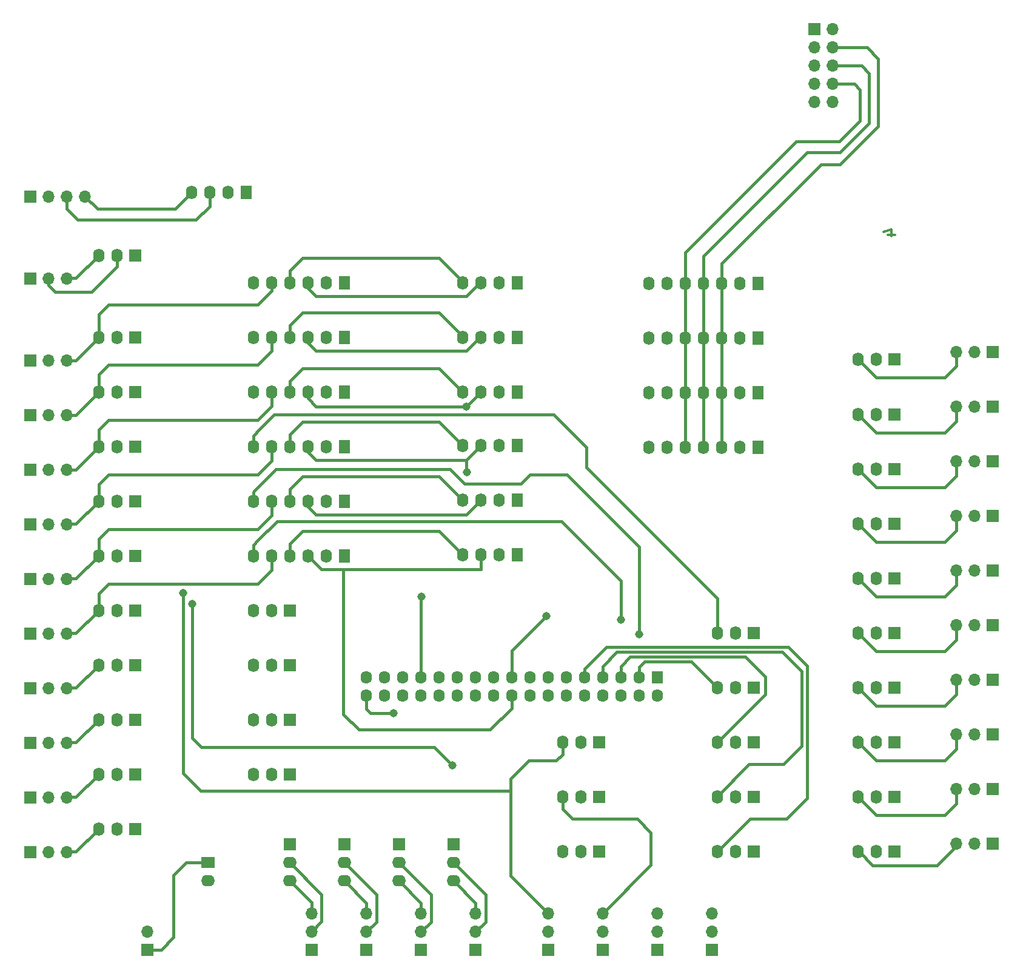
<source format=gbl>
%TF.GenerationSoftware,KiCad,Pcbnew,9.0.7-9.0.7~ubuntu24.04.1*%
%TF.CreationDate,2026-01-24T17:16:07-08:00*%
%TF.ProjectId,roboRIO-interface-v3,726f626f-5249-44f2-9d69-6e7465726661,3*%
%TF.SameCoordinates,PX4fefde0PYc90dba0*%
%TF.FileFunction,Copper,L4,Bot*%
%TF.FilePolarity,Positive*%
%FSLAX46Y46*%
G04 Gerber Fmt 4.6, Leading zero omitted, Abs format (unit mm)*
G04 Created by KiCad (PCBNEW 9.0.7-9.0.7~ubuntu24.04.1) date 2026-01-24 17:16:07*
%MOMM*%
%LPD*%
G01*
G04 APERTURE LIST*
%ADD10C,0.300000*%
%TA.AperFunction,NonConductor*%
%ADD11C,0.300000*%
%TD*%
%TA.AperFunction,ComponentPad*%
%ADD12R,1.600200X1.905000*%
%TD*%
%TA.AperFunction,ComponentPad*%
%ADD13O,1.600200X1.905000*%
%TD*%
%TA.AperFunction,ComponentPad*%
%ADD14R,1.651000X1.778000*%
%TD*%
%TA.AperFunction,ComponentPad*%
%ADD15R,1.905000X1.600200*%
%TD*%
%TA.AperFunction,ComponentPad*%
%ADD16O,1.905000X1.600200*%
%TD*%
%TA.AperFunction,ComponentPad*%
%ADD17R,1.778000X1.651000*%
%TD*%
%TA.AperFunction,ComponentPad*%
%ADD18R,1.700000X1.700000*%
%TD*%
%TA.AperFunction,ComponentPad*%
%ADD19O,1.700000X1.700000*%
%TD*%
%TA.AperFunction,ComponentPad*%
%ADD20R,1.600200X1.778000*%
%TD*%
%TA.AperFunction,ComponentPad*%
%ADD21O,1.600200X1.778000*%
%TD*%
%TA.AperFunction,ViaPad*%
%ADD22C,1.143000*%
%TD*%
%TA.AperFunction,Conductor*%
%ADD23C,0.381000*%
%TD*%
G04 APERTURE END LIST*
D10*
D11*
X206053328Y-107600715D02*
X207053328Y-107600715D01*
X205481900Y-107243572D02*
X206553328Y-106886429D01*
X206553328Y-106886429D02*
X206553328Y-107815000D01*
D12*
%TO.P,J79,1,Pin_1*%
%TO.N,/GND*%
X116459000Y-101727000D03*
D13*
%TO.P,J79,2,Pin_2*%
%TO.N,/3V3*%
X113919000Y-101727000D03*
%TO.P,J79,3,Pin_3*%
%TO.N,/SCL*%
X111379000Y-101727000D03*
%TO.P,J79,4,Pin_4*%
%TO.N,/SDA*%
X108839000Y-101727000D03*
%TD*%
D14*
%TO.P,J6,1,Pin_1*%
%TO.N,/GND*%
X100965000Y-160020000D03*
D13*
%TO.P,J6,2,Pin_2*%
%TO.N,/5V0*%
X98425000Y-160020000D03*
%TO.P,J6,3,Pin_3*%
%TO.N,/DIO5*%
X95885000Y-160020000D03*
%TD*%
D12*
%TO.P,J81,1,Pin_1*%
%TO.N,/GND*%
X187960000Y-122047000D03*
D13*
%TO.P,J81,2,Pin_2*%
%TO.N,/5V0*%
X185420000Y-122047000D03*
%TO.P,J81,3,Pin_3*%
%TO.N,/SCLK*%
X182880000Y-122047000D03*
%TO.P,J81,4,Pin_4*%
%TO.N,/MOSI*%
X180340000Y-122047000D03*
%TO.P,J81,5,Pin_5*%
%TO.N,/MISO*%
X177800000Y-122047000D03*
%TO.P,J81,6,Pin_6*%
%TO.N,/~{CS1}*%
X175260000Y-122047000D03*
%TO.P,J81,7,Pin_7*%
%TO.N,/3V3*%
X172720000Y-122047000D03*
%TD*%
D14*
%TO.P,J66,1,Pin_1*%
%TO.N,/GND*%
X207010000Y-193675000D03*
D13*
%TO.P,J66,2,Pin_2*%
%TO.N,/6V0*%
X204470000Y-193675000D03*
%TO.P,J66,3,Pin_3*%
%TO.N,/PWM9*%
X201930000Y-193675000D03*
%TD*%
D14*
%TO.P,J14,1,Pin_1*%
%TO.N,/GND*%
X122555000Y-182880000D03*
D13*
%TO.P,J14,2,Pin_2*%
%TO.N,/5V0*%
X120015000Y-182880000D03*
%TO.P,J14,3,Pin_3*%
%TO.N,/DIO25*%
X117475000Y-182880000D03*
%TD*%
D14*
%TO.P,J47,1,Pin_1*%
%TO.N,/GND*%
X187325000Y-186055000D03*
D13*
%TO.P,J47,2,Pin_2*%
%TO.N,/5V0*%
X184785000Y-186055000D03*
%TO.P,J47,3,Pin_3*%
%TO.N,/AIN6*%
X182245000Y-186055000D03*
%TD*%
D12*
%TO.P,J25,1,Pin_1*%
%TO.N,/GND*%
X154305000Y-114300000D03*
D13*
%TO.P,J25,2,Pin_2*%
%TO.N,/5V0*%
X151765000Y-114300000D03*
%TO.P,J25,3,Pin_3*%
%TO.N,/A0*%
X149225000Y-114300000D03*
%TO.P,J25,4,Pin_4*%
%TO.N,/B0*%
X146685000Y-114300000D03*
%TD*%
D14*
%TO.P,J12,1,Pin_1*%
%TO.N,/GND*%
X122555000Y-167640000D03*
D13*
%TO.P,J12,2,Pin_2*%
%TO.N,/5V0*%
X120015000Y-167640000D03*
%TO.P,J12,3,Pin_3*%
%TO.N,/DIO23*%
X117475000Y-167640000D03*
%TD*%
D12*
%TO.P,J83,1,Pin_1*%
%TO.N,/GND*%
X187960000Y-137287000D03*
D13*
%TO.P,J83,2,Pin_2*%
%TO.N,/5V0*%
X185420000Y-137287000D03*
%TO.P,J83,3,Pin_3*%
%TO.N,/SCLK*%
X182880000Y-137287000D03*
%TO.P,J83,4,Pin_4*%
%TO.N,/MOSI*%
X180340000Y-137287000D03*
%TO.P,J83,5,Pin_5*%
%TO.N,/MISO*%
X177800000Y-137287000D03*
%TO.P,J83,6,Pin_6*%
%TO.N,/~{CS3}*%
X175260000Y-137287000D03*
%TO.P,J83,7,Pin_7*%
%TO.N,/3V3*%
X172720000Y-137287000D03*
%TD*%
D14*
%TO.P,J42,1,Pin_1*%
%TO.N,/GND*%
X165735000Y-186055000D03*
D13*
%TO.P,J42,2,Pin_2*%
%TO.N,/5V0*%
X163195000Y-186055000D03*
%TO.P,J42,3,Pin_3*%
%TO.N,/AIN1*%
X160655000Y-186055000D03*
%TD*%
D15*
%TO.P,J77,1,Pin_1*%
%TO.N,/RSL_GND*%
X111152000Y-195206000D03*
D16*
%TO.P,J77,2,Pin_2*%
%TO.N,/RSL*%
X111152000Y-197746000D03*
%TD*%
D14*
%TO.P,J60,1,Pin_1*%
%TO.N,/GND*%
X207010000Y-147955000D03*
D13*
%TO.P,J60,2,Pin_2*%
%TO.N,/6V0*%
X204470000Y-147955000D03*
%TO.P,J60,3,Pin_3*%
%TO.N,/PWM3*%
X201930000Y-147955000D03*
%TD*%
D12*
%TO.P,J35,1,Pin_1*%
%TO.N,/GND*%
X130175000Y-144780000D03*
D13*
%TO.P,J35,2,Pin_2*%
%TO.N,/5V0*%
X127635000Y-144780000D03*
%TO.P,J35,3,Pin_3*%
%TO.N,/A4*%
X125095000Y-144780000D03*
%TO.P,J35,4,Pin_4*%
%TO.N,/B4*%
X122555000Y-144780000D03*
%TO.P,J35,5,Pin_5*%
%TO.N,/DIO4*%
X120015000Y-144780000D03*
%TO.P,J35,6,Pin_6*%
%TO.N,/AIN4*%
X117475000Y-144780000D03*
%TD*%
D14*
%TO.P,J45,1,Pin_1*%
%TO.N,/GND*%
X187325000Y-170815000D03*
D13*
%TO.P,J45,2,Pin_2*%
%TO.N,/5V0*%
X184785000Y-170815000D03*
%TO.P,J45,3,Pin_3*%
%TO.N,/AIN4*%
X182245000Y-170815000D03*
%TD*%
D14*
%TO.P,J57,1,Pin_1*%
%TO.N,/GND*%
X207010000Y-124968000D03*
D13*
%TO.P,J57,2,Pin_2*%
%TO.N,/6V0*%
X204470000Y-124968000D03*
%TO.P,J57,3,Pin_3*%
%TO.N,/PWM0*%
X201930000Y-124968000D03*
%TD*%
D14*
%TO.P,J58,1,Pin_1*%
%TO.N,/GND*%
X207010000Y-132715000D03*
D13*
%TO.P,J58,2,Pin_2*%
%TO.N,/6V0*%
X204470000Y-132715000D03*
%TO.P,J58,3,Pin_3*%
%TO.N,/PWM1*%
X201930000Y-132715000D03*
%TD*%
D12*
%TO.P,J27,1,Pin_1*%
%TO.N,/GND*%
X154305000Y-129540000D03*
D13*
%TO.P,J27,2,Pin_2*%
%TO.N,/5V0*%
X151765000Y-129540000D03*
%TO.P,J27,3,Pin_3*%
%TO.N,/A2*%
X149225000Y-129540000D03*
%TO.P,J27,4,Pin_4*%
%TO.N,/B2*%
X146685000Y-129540000D03*
%TD*%
D12*
%TO.P,J28,1,Pin_1*%
%TO.N,/GND*%
X154305000Y-137033000D03*
D13*
%TO.P,J28,2,Pin_2*%
%TO.N,/5V0*%
X151765000Y-137033000D03*
%TO.P,J28,3,Pin_3*%
%TO.N,/A3*%
X149225000Y-137033000D03*
%TO.P,J28,4,Pin_4*%
%TO.N,/B3*%
X146685000Y-137033000D03*
%TD*%
D12*
%TO.P,J30,1,Pin_1*%
%TO.N,/GND*%
X154305000Y-152273000D03*
D13*
%TO.P,J30,2,Pin_2*%
%TO.N,/5V0*%
X151765000Y-152273000D03*
%TO.P,J30,3,Pin_3*%
%TO.N,/A5*%
X149225000Y-152273000D03*
%TO.P,J30,4,Pin_4*%
%TO.N,/B5*%
X146685000Y-152273000D03*
%TD*%
D17*
%TO.P,J40,1,Pin_1*%
%TO.N,/GND*%
X145442000Y-192666000D03*
D16*
%TO.P,J40,2,Pin_2*%
%TO.N,/REV3*%
X145442000Y-195206000D03*
%TO.P,J40,3,Pin_3*%
%TO.N,/FWD3*%
X145442000Y-197746000D03*
%TD*%
D14*
%TO.P,J44,1,Pin_1*%
%TO.N,/GND*%
X187325000Y-163195000D03*
D13*
%TO.P,J44,2,Pin_2*%
%TO.N,/5V0*%
X184785000Y-163195000D03*
%TO.P,J44,3,Pin_3*%
%TO.N,/AIN3*%
X182245000Y-163195000D03*
%TD*%
D14*
%TO.P,J10,1,Pin_1*%
%TO.N,/GND*%
X100965000Y-190500000D03*
D13*
%TO.P,J10,2,Pin_2*%
%TO.N,/5V0*%
X98425000Y-190500000D03*
%TO.P,J10,3,Pin_3*%
%TO.N,/DIO9*%
X95885000Y-190500000D03*
%TD*%
D14*
%TO.P,J78,1,Pin_1*%
%TO.N,/GND*%
X100965000Y-110490000D03*
D13*
%TO.P,J78,2,Pin_2*%
%TO.N,/RXD*%
X98425000Y-110490000D03*
%TO.P,J78,3,Pin_3*%
%TO.N,/TXD*%
X95885000Y-110490000D03*
%TD*%
D14*
%TO.P,J63,1,Pin_1*%
%TO.N,/GND*%
X207010000Y-170815000D03*
D13*
%TO.P,J63,2,Pin_2*%
%TO.N,/6V0*%
X204470000Y-170815000D03*
%TO.P,J63,3,Pin_3*%
%TO.N,/PWM6*%
X201930000Y-170815000D03*
%TD*%
D12*
%TO.P,J32,1,Pin_1*%
%TO.N,/GND*%
X130175000Y-121920000D03*
D13*
%TO.P,J32,2,Pin_2*%
%TO.N,/5V0*%
X127635000Y-121920000D03*
%TO.P,J32,3,Pin_3*%
%TO.N,/A1*%
X125095000Y-121920000D03*
%TO.P,J32,4,Pin_4*%
%TO.N,/B1*%
X122555000Y-121920000D03*
%TO.P,J32,5,Pin_5*%
%TO.N,/DIO1*%
X120015000Y-121920000D03*
%TO.P,J32,6,Pin_6*%
%TO.N,/AIN1*%
X117475000Y-121920000D03*
%TD*%
D14*
%TO.P,J13,1,Pin_1*%
%TO.N,/GND*%
X122555000Y-175260000D03*
D13*
%TO.P,J13,2,Pin_2*%
%TO.N,/5V0*%
X120015000Y-175260000D03*
%TO.P,J13,3,Pin_3*%
%TO.N,/DIO24*%
X117475000Y-175260000D03*
%TD*%
D14*
%TO.P,J61,1,Pin_1*%
%TO.N,/GND*%
X207010000Y-155575000D03*
D13*
%TO.P,J61,2,Pin_2*%
%TO.N,/6V0*%
X204470000Y-155575000D03*
%TO.P,J61,3,Pin_3*%
%TO.N,/PWM4*%
X201930000Y-155575000D03*
%TD*%
D14*
%TO.P,J1,1,Pin_1*%
%TO.N,/GND*%
X100965000Y-121920000D03*
D13*
%TO.P,J1,2,Pin_2*%
%TO.N,/5V0*%
X98425000Y-121920000D03*
%TO.P,J1,3,Pin_3*%
%TO.N,/DIO0*%
X95885000Y-121920000D03*
%TD*%
D14*
%TO.P,J3,1,Pin_1*%
%TO.N,/GND*%
X100965000Y-137160000D03*
D13*
%TO.P,J3,2,Pin_2*%
%TO.N,/5V0*%
X98425000Y-137160000D03*
%TO.P,J3,3,Pin_3*%
%TO.N,/DIO2*%
X95885000Y-137160000D03*
%TD*%
D14*
%TO.P,J41,1,Pin_1*%
%TO.N,/GND*%
X165735000Y-178435000D03*
D13*
%TO.P,J41,2,Pin_2*%
%TO.N,/5V0*%
X163195000Y-178435000D03*
%TO.P,J41,3,Pin_3*%
%TO.N,/AIN0*%
X160655000Y-178435000D03*
%TD*%
D17*
%TO.P,J39,1,Pin_1*%
%TO.N,/GND*%
X137822000Y-192666000D03*
D16*
%TO.P,J39,2,Pin_2*%
%TO.N,/REV2*%
X137822000Y-195206000D03*
%TO.P,J39,3,Pin_3*%
%TO.N,/FWD2*%
X137822000Y-197746000D03*
%TD*%
D14*
%TO.P,J8,1,Pin_1*%
%TO.N,/GND*%
X100965000Y-175260000D03*
D13*
%TO.P,J8,2,Pin_2*%
%TO.N,/5V0*%
X98425000Y-175260000D03*
%TO.P,J8,3,Pin_3*%
%TO.N,/DIO7*%
X95885000Y-175260000D03*
%TD*%
D14*
%TO.P,J43,1,Pin_1*%
%TO.N,/GND*%
X165735000Y-193675000D03*
D13*
%TO.P,J43,2,Pin_2*%
%TO.N,/5V0*%
X163195000Y-193675000D03*
%TO.P,J43,3,Pin_3*%
%TO.N,/AIN2*%
X160655000Y-193675000D03*
%TD*%
D12*
%TO.P,J36,1,Pin_1*%
%TO.N,/GND*%
X130175000Y-152400000D03*
D13*
%TO.P,J36,2,Pin_2*%
%TO.N,/5V0*%
X127635000Y-152400000D03*
%TO.P,J36,3,Pin_3*%
%TO.N,/A5*%
X125095000Y-152400000D03*
%TO.P,J36,4,Pin_4*%
%TO.N,/B5*%
X122555000Y-152400000D03*
%TO.P,J36,5,Pin_5*%
%TO.N,/DIO5*%
X120015000Y-152400000D03*
%TO.P,J36,6,Pin_6*%
%TO.N,/AIN5*%
X117475000Y-152400000D03*
%TD*%
D12*
%TO.P,J31,1,Pin_1*%
%TO.N,/GND*%
X130175000Y-114300000D03*
D13*
%TO.P,J31,2,Pin_2*%
%TO.N,/5V0*%
X127635000Y-114300000D03*
%TO.P,J31,3,Pin_3*%
%TO.N,/A0*%
X125095000Y-114300000D03*
%TO.P,J31,4,Pin_4*%
%TO.N,/B0*%
X122555000Y-114300000D03*
%TO.P,J31,5,Pin_5*%
%TO.N,/DIO0*%
X120015000Y-114300000D03*
%TO.P,J31,6,Pin_6*%
%TO.N,/AIN0*%
X117475000Y-114300000D03*
%TD*%
D12*
%TO.P,J82,1,Pin_1*%
%TO.N,/GND*%
X187960000Y-129667000D03*
D13*
%TO.P,J82,2,Pin_2*%
%TO.N,/5V0*%
X185420000Y-129667000D03*
%TO.P,J82,3,Pin_3*%
%TO.N,/SCLK*%
X182880000Y-129667000D03*
%TO.P,J82,4,Pin_4*%
%TO.N,/MOSI*%
X180340000Y-129667000D03*
%TO.P,J82,5,Pin_5*%
%TO.N,/MISO*%
X177800000Y-129667000D03*
%TO.P,J82,6,Pin_6*%
%TO.N,/~{CS2}*%
X175260000Y-129667000D03*
%TO.P,J82,7,Pin_7*%
%TO.N,/3V3*%
X172720000Y-129667000D03*
%TD*%
D14*
%TO.P,J59,1,Pin_1*%
%TO.N,/GND*%
X207010000Y-140335000D03*
D13*
%TO.P,J59,2,Pin_2*%
%TO.N,/6V0*%
X204470000Y-140335000D03*
%TO.P,J59,3,Pin_3*%
%TO.N,/PWM2*%
X201930000Y-140335000D03*
%TD*%
D14*
%TO.P,J62,1,Pin_1*%
%TO.N,/GND*%
X207010000Y-163195000D03*
D13*
%TO.P,J62,2,Pin_2*%
%TO.N,/6V0*%
X204470000Y-163195000D03*
%TO.P,J62,3,Pin_3*%
%TO.N,/PWM5*%
X201930000Y-163195000D03*
%TD*%
D14*
%TO.P,J9,1,Pin_1*%
%TO.N,/GND*%
X100965000Y-182880000D03*
D13*
%TO.P,J9,2,Pin_2*%
%TO.N,/5V0*%
X98425000Y-182880000D03*
%TO.P,J9,3,Pin_3*%
%TO.N,/DIO8*%
X95885000Y-182880000D03*
%TD*%
D12*
%TO.P,J34,1,Pin_1*%
%TO.N,/GND*%
X130175000Y-137160000D03*
D13*
%TO.P,J34,2,Pin_2*%
%TO.N,/5V0*%
X127635000Y-137160000D03*
%TO.P,J34,3,Pin_3*%
%TO.N,/A3*%
X125095000Y-137160000D03*
%TO.P,J34,4,Pin_4*%
%TO.N,/B3*%
X122555000Y-137160000D03*
%TO.P,J34,5,Pin_5*%
%TO.N,/DIO3*%
X120015000Y-137160000D03*
%TO.P,J34,6,Pin_6*%
%TO.N,/AIN3*%
X117475000Y-137160000D03*
%TD*%
D14*
%TO.P,J46,1,Pin_1*%
%TO.N,/GND*%
X187325000Y-178435000D03*
D13*
%TO.P,J46,2,Pin_2*%
%TO.N,/5V0*%
X184785000Y-178435000D03*
%TO.P,J46,3,Pin_3*%
%TO.N,/AIN5*%
X182245000Y-178435000D03*
%TD*%
D17*
%TO.P,J37,1,Pin_1*%
%TO.N,/GND*%
X122582000Y-192666000D03*
D16*
%TO.P,J37,2,Pin_2*%
%TO.N,/REV0*%
X122582000Y-195206000D03*
%TO.P,J37,3,Pin_3*%
%TO.N,/FWD0*%
X122582000Y-197746000D03*
%TD*%
D14*
%TO.P,J65,1,Pin_1*%
%TO.N,/GND*%
X207010000Y-186055000D03*
D13*
%TO.P,J65,2,Pin_2*%
%TO.N,/6V0*%
X204470000Y-186055000D03*
%TO.P,J65,3,Pin_3*%
%TO.N,/PWM8*%
X201930000Y-186055000D03*
%TD*%
D14*
%TO.P,J2,1,Pin_1*%
%TO.N,/GND*%
X100965000Y-129540000D03*
D13*
%TO.P,J2,2,Pin_2*%
%TO.N,/5V0*%
X98425000Y-129540000D03*
%TO.P,J2,3,Pin_3*%
%TO.N,/DIO1*%
X95885000Y-129540000D03*
%TD*%
D12*
%TO.P,J80,1,Pin_1*%
%TO.N,/GND*%
X187960000Y-114427000D03*
D13*
%TO.P,J80,2,Pin_2*%
%TO.N,/5V0*%
X185420000Y-114427000D03*
%TO.P,J80,3,Pin_3*%
%TO.N,/SCLK*%
X182880000Y-114427000D03*
%TO.P,J80,4,Pin_4*%
%TO.N,/MOSI*%
X180340000Y-114427000D03*
%TO.P,J80,5,Pin_5*%
%TO.N,/MISO*%
X177800000Y-114427000D03*
%TO.P,J80,6,Pin_6*%
%TO.N,/~{CS0}*%
X175260000Y-114427000D03*
%TO.P,J80,7,Pin_7*%
%TO.N,/3V3*%
X172720000Y-114427000D03*
%TD*%
D14*
%TO.P,J64,1,Pin_1*%
%TO.N,/GND*%
X207010000Y-178435000D03*
D13*
%TO.P,J64,2,Pin_2*%
%TO.N,/6V0*%
X204470000Y-178435000D03*
%TO.P,J64,3,Pin_3*%
%TO.N,/PWM7*%
X201930000Y-178435000D03*
%TD*%
D12*
%TO.P,J26,1,Pin_1*%
%TO.N,/GND*%
X154305000Y-121920000D03*
D13*
%TO.P,J26,2,Pin_2*%
%TO.N,/5V0*%
X151765000Y-121920000D03*
%TO.P,J26,3,Pin_3*%
%TO.N,/A1*%
X149225000Y-121920000D03*
%TO.P,J26,4,Pin_4*%
%TO.N,/B1*%
X146685000Y-121920000D03*
%TD*%
D14*
%TO.P,J4,1,Pin_1*%
%TO.N,/GND*%
X100965000Y-144780000D03*
D13*
%TO.P,J4,2,Pin_2*%
%TO.N,/5V0*%
X98425000Y-144780000D03*
%TO.P,J4,3,Pin_3*%
%TO.N,/DIO3*%
X95885000Y-144780000D03*
%TD*%
D14*
%TO.P,J11,1,Pin_1*%
%TO.N,/GND*%
X122555000Y-160020000D03*
D13*
%TO.P,J11,2,Pin_2*%
%TO.N,/5V0*%
X120015000Y-160020000D03*
%TO.P,J11,3,Pin_3*%
%TO.N,/DIO22*%
X117475000Y-160020000D03*
%TD*%
D14*
%TO.P,J7,1,Pin_1*%
%TO.N,/GND*%
X100965000Y-167640000D03*
D13*
%TO.P,J7,2,Pin_2*%
%TO.N,/5V0*%
X98425000Y-167640000D03*
%TO.P,J7,3,Pin_3*%
%TO.N,/DIO6*%
X95885000Y-167640000D03*
%TD*%
D14*
%TO.P,J5,1,Pin_1*%
%TO.N,/GND*%
X100965000Y-152400000D03*
D13*
%TO.P,J5,2,Pin_2*%
%TO.N,/5V0*%
X98425000Y-152400000D03*
%TO.P,J5,3,Pin_3*%
%TO.N,/DIO4*%
X95885000Y-152400000D03*
%TD*%
D17*
%TO.P,J38,1,Pin_1*%
%TO.N,/GND*%
X130202000Y-192666000D03*
D16*
%TO.P,J38,2,Pin_2*%
%TO.N,/REV1*%
X130202000Y-195206000D03*
%TO.P,J38,3,Pin_3*%
%TO.N,/FWD1*%
X130202000Y-197746000D03*
%TD*%
D12*
%TO.P,J29,1,Pin_1*%
%TO.N,/GND*%
X154305000Y-144653000D03*
D13*
%TO.P,J29,2,Pin_2*%
%TO.N,/5V0*%
X151765000Y-144653000D03*
%TO.P,J29,3,Pin_3*%
%TO.N,/A4*%
X149225000Y-144653000D03*
%TO.P,J29,4,Pin_4*%
%TO.N,/B4*%
X146685000Y-144653000D03*
%TD*%
D14*
%TO.P,J48,1,Pin_1*%
%TO.N,/GND*%
X187325000Y-193675000D03*
D13*
%TO.P,J48,2,Pin_2*%
%TO.N,/5V0*%
X184785000Y-193675000D03*
%TO.P,J48,3,Pin_3*%
%TO.N,/AIN7*%
X182245000Y-193675000D03*
%TD*%
D12*
%TO.P,J33,1,Pin_1*%
%TO.N,/GND*%
X130175000Y-129540000D03*
D13*
%TO.P,J33,2,Pin_2*%
%TO.N,/5V0*%
X127635000Y-129540000D03*
%TO.P,J33,3,Pin_3*%
%TO.N,/A2*%
X125095000Y-129540000D03*
%TO.P,J33,4,Pin_4*%
%TO.N,/B2*%
X122555000Y-129540000D03*
%TO.P,J33,5,Pin_5*%
%TO.N,/DIO2*%
X120015000Y-129540000D03*
%TO.P,J33,6,Pin_6*%
%TO.N,/AIN2*%
X117475000Y-129540000D03*
%TD*%
D18*
%TO.P,J69,1,Pin_1*%
%TO.N,/GND*%
X220698060Y-139240260D03*
D19*
%TO.P,J69,2,Pin_2*%
%TO.N,/6V0*%
X218158060Y-139240260D03*
%TO.P,J69,3,Pin_3*%
%TO.N,/PWM2*%
X215618060Y-139240260D03*
%TD*%
D18*
%TO.P,J52,1,Pin_1*%
%TO.N,/GND*%
X148442680Y-207324960D03*
D19*
%TO.P,J52,2,Pin_2*%
%TO.N,/REV3*%
X148442680Y-204784960D03*
%TO.P,J52,3,Pin_3*%
%TO.N,/FWD3*%
X148442680Y-202244960D03*
%TD*%
D18*
%TO.P,J18,1,Pin_1*%
%TO.N,/GND*%
X86337140Y-147977860D03*
D19*
%TO.P,J18,2,Pin_2*%
%TO.N,/5V0*%
X88877140Y-147977860D03*
%TO.P,J18,3,Pin_3*%
%TO.N,/DIO3*%
X91417140Y-147977860D03*
%TD*%
D18*
%TO.P,J17,1,Pin_1*%
%TO.N,/GND*%
X86337140Y-140357860D03*
D19*
%TO.P,J17,2,Pin_2*%
%TO.N,/5V0*%
X88877140Y-140357860D03*
%TO.P,J17,3,Pin_3*%
%TO.N,/DIO2*%
X91417140Y-140357860D03*
%TD*%
D18*
%TO.P,J19,1,Pin_1*%
%TO.N,/GND*%
X86337140Y-155597860D03*
D19*
%TO.P,J19,2,Pin_2*%
%TO.N,/5V0*%
X88877140Y-155597860D03*
%TO.P,J19,3,Pin_3*%
%TO.N,/DIO4*%
X91417140Y-155597860D03*
%TD*%
D18*
%TO.P,J73,1,Pin_1*%
%TO.N,/GND*%
X220698060Y-169720260D03*
D19*
%TO.P,J73,2,Pin_2*%
%TO.N,/6V0*%
X218158060Y-169720260D03*
%TO.P,J73,3,Pin_3*%
%TO.N,/PWM6*%
X215618060Y-169720260D03*
%TD*%
D18*
%TO.P,J76,1,Pin_1*%
%TO.N,/GND*%
X220698060Y-192580260D03*
D19*
%TO.P,J76,2,Pin_2*%
%TO.N,/6V0*%
X218158060Y-192580260D03*
%TO.P,J76,3,Pin_3*%
%TO.N,/PWM9*%
X215618060Y-192580260D03*
%TD*%
D18*
%TO.P,J23,1,Pin_1*%
%TO.N,/GND*%
X86337140Y-186077860D03*
D19*
%TO.P,J23,2,Pin_2*%
%TO.N,/5V0*%
X88877140Y-186077860D03*
%TO.P,J23,3,Pin_3*%
%TO.N,/DIO8*%
X91417140Y-186077860D03*
%TD*%
D18*
%TO.P,J74,1,Pin_1*%
%TO.N,/GND*%
X220698060Y-177340260D03*
D19*
%TO.P,J74,2,Pin_2*%
%TO.N,/6V0*%
X218158060Y-177340260D03*
%TO.P,J74,3,Pin_3*%
%TO.N,/PWM7*%
X215618060Y-177340260D03*
%TD*%
D18*
%TO.P,J70,1,Pin_1*%
%TO.N,/GND*%
X220698060Y-146860260D03*
D19*
%TO.P,J70,2,Pin_2*%
%TO.N,/6V0*%
X218158060Y-146860260D03*
%TO.P,J70,3,Pin_3*%
%TO.N,/PWM3*%
X215618060Y-146860260D03*
%TD*%
D18*
%TO.P,J56,1,Pin_1*%
%TO.N,/GND*%
X181449980Y-207324960D03*
D19*
%TO.P,J56,2,Pin_2*%
%TO.N,/5V0*%
X181449980Y-204784960D03*
%TO.P,J56,3,Pin_3*%
%TO.N,/AIN3*%
X181449980Y-202244960D03*
%TD*%
D18*
%TO.P,J71,1,Pin_1*%
%TO.N,/GND*%
X220698060Y-154480260D03*
D19*
%TO.P,J71,2,Pin_2*%
%TO.N,/6V0*%
X218158060Y-154480260D03*
%TO.P,J71,3,Pin_3*%
%TO.N,/PWM4*%
X215618060Y-154480260D03*
%TD*%
D18*
%TO.P,J67,1,Pin_1*%
%TO.N,/GND*%
X220698060Y-124000260D03*
D19*
%TO.P,J67,2,Pin_2*%
%TO.N,/6V0*%
X218158060Y-124000260D03*
%TO.P,J67,3,Pin_3*%
%TO.N,/PWM0*%
X215618060Y-124000260D03*
%TD*%
D18*
%TO.P,J55,1,Pin_1*%
%TO.N,/GND*%
X173829980Y-207324960D03*
D19*
%TO.P,J55,2,Pin_2*%
%TO.N,/5V0*%
X173829980Y-204784960D03*
%TO.P,J55,3,Pin_3*%
%TO.N,/AIN2*%
X173829980Y-202244960D03*
%TD*%
D18*
%TO.P,J54,1,Pin_1*%
%TO.N,/GND*%
X166209980Y-207324960D03*
D19*
%TO.P,J54,2,Pin_2*%
%TO.N,/5V0*%
X166209980Y-204784960D03*
%TO.P,J54,3,Pin_3*%
%TO.N,/AIN1*%
X166209980Y-202244960D03*
%TD*%
D18*
%TO.P,J51,1,Pin_1*%
%TO.N,/GND*%
X140822680Y-207324960D03*
D19*
%TO.P,J51,2,Pin_2*%
%TO.N,/REV2*%
X140822680Y-204784960D03*
%TO.P,J51,3,Pin_3*%
%TO.N,/FWD2*%
X140822680Y-202244960D03*
%TD*%
D18*
%TO.P,J68,1,Pin_1*%
%TO.N,/GND*%
X220698060Y-131620260D03*
D19*
%TO.P,J68,2,Pin_2*%
%TO.N,/6V0*%
X218158060Y-131620260D03*
%TO.P,J68,3,Pin_3*%
%TO.N,/PWM1*%
X215618060Y-131620260D03*
%TD*%
D20*
%TO.P,J87,1,Pin_1*%
%TO.N,/5V0*%
X173837600Y-169367200D03*
D21*
%TO.P,J87,2,Pin_2*%
%TO.N,unconnected-(J87-Pin_2-Pad2)*%
X173837600Y-171907200D03*
%TO.P,J87,3,Pin_3*%
%TO.N,/AIN4*%
X171297600Y-169367200D03*
%TO.P,J87,4,Pin_4*%
%TO.N,unconnected-(J87-Pin_4-Pad4)*%
X171297600Y-171907200D03*
%TO.P,J87,5,Pin_5*%
%TO.N,/AIN5*%
X168757600Y-169367200D03*
%TO.P,J87,6,Pin_6*%
%TO.N,/GND*%
X168757600Y-171907200D03*
%TO.P,J87,7,Pin_7*%
%TO.N,/AIN6*%
X166217600Y-169367200D03*
%TO.P,J87,8,Pin_8*%
%TO.N,/GND*%
X166217600Y-171907200D03*
%TO.P,J87,9,Pin_9*%
%TO.N,/AIN7*%
X163677600Y-169367200D03*
%TO.P,J87,10,Pin_10*%
%TO.N,unconnected-(J87-Pin_10-Pad10)*%
X163677600Y-171907200D03*
%TO.P,J87,11,Pin_11*%
%TO.N,/B0*%
X161137600Y-169367200D03*
%TO.P,J87,12,Pin_12*%
%TO.N,/GND*%
X161137600Y-171907200D03*
%TO.P,J87,13,Pin_13*%
%TO.N,/A0*%
X158597600Y-169367200D03*
%TO.P,J87,14,Pin_14*%
%TO.N,unconnected-(J87-Pin_14-Pad14)*%
X158597600Y-171907200D03*
%TO.P,J87,15,Pin_15*%
%TO.N,/B1*%
X156057600Y-169367200D03*
%TO.P,J87,16,Pin_16*%
%TO.N,/GND*%
X156057600Y-171907200D03*
%TO.P,J87,17,Pin_17*%
%TO.N,/A1*%
X153517600Y-169367200D03*
%TO.P,J87,18,Pin_18*%
%TO.N,/A5*%
X153517600Y-171907200D03*
%TO.P,J87,19,Pin_19*%
%TO.N,/B2*%
X150977600Y-169367200D03*
%TO.P,J87,20,Pin_20*%
%TO.N,/GND*%
X150977600Y-171907200D03*
%TO.P,J87,21,Pin_21*%
%TO.N,/A2*%
X148437600Y-169367200D03*
%TO.P,J87,22,Pin_22*%
%TO.N,/DIO22*%
X148437600Y-171907200D03*
%TO.P,J87,23,Pin_23*%
%TO.N,/B3*%
X145897600Y-169367200D03*
%TO.P,J87,24,Pin_24*%
%TO.N,/GND*%
X145897600Y-171907200D03*
%TO.P,J87,25,Pin_25*%
%TO.N,/A3*%
X143357600Y-169367200D03*
%TO.P,J87,26,Pin_26*%
%TO.N,/DIO23*%
X143357600Y-171907200D03*
%TO.P,J87,27,Pin_27*%
%TO.N,/B4*%
X140817600Y-169367200D03*
%TO.P,J87,28,Pin_28*%
%TO.N,/GND*%
X140817600Y-171907200D03*
%TO.P,J87,29,Pin_29*%
%TO.N,/A4*%
X138277600Y-169367200D03*
%TO.P,J87,30,Pin_30*%
%TO.N,/GND*%
X138277600Y-171907200D03*
%TO.P,J87,31,Pin_31*%
%TO.N,/B5*%
X135737600Y-169367200D03*
%TO.P,J87,32,Pin_32*%
%TO.N,/DIO24*%
X135737600Y-171907200D03*
%TO.P,J87,33,Pin_33*%
%TO.N,unconnected-(J87-Pin_33-Pad33)*%
X133197600Y-169367200D03*
%TO.P,J87,34,Pin_34*%
%TO.N,/DIO25*%
X133197600Y-171907200D03*
%TD*%
D18*
%TO.P,J15,1,Pin_1*%
%TO.N,/GND*%
X86337140Y-125117860D03*
D19*
%TO.P,J15,2,Pin_2*%
%TO.N,/5V0*%
X88877140Y-125117860D03*
%TO.P,J15,3,Pin_3*%
%TO.N,/DIO0*%
X91417140Y-125117860D03*
%TD*%
D18*
%TO.P,J85,1,Pin_1*%
%TO.N,/GND*%
X86337140Y-113687860D03*
D19*
%TO.P,J85,2,Pin_2*%
%TO.N,/RXD*%
X88877140Y-113687860D03*
%TO.P,J85,3,Pin_3*%
%TO.N,/TXD*%
X91417140Y-113687860D03*
%TD*%
D18*
%TO.P,J53,1,Pin_1*%
%TO.N,/GND*%
X158589980Y-207324960D03*
D19*
%TO.P,J53,2,Pin_2*%
%TO.N,/5V0*%
X158589980Y-204784960D03*
%TO.P,J53,3,Pin_3*%
%TO.N,/AIN0*%
X158589980Y-202244960D03*
%TD*%
D18*
%TO.P,J20,1,Pin_1*%
%TO.N,/GND*%
X86337140Y-163217860D03*
D19*
%TO.P,J20,2,Pin_2*%
%TO.N,/5V0*%
X88877140Y-163217860D03*
%TO.P,J20,3,Pin_3*%
%TO.N,/DIO5*%
X91417140Y-163217860D03*
%TD*%
D18*
%TO.P,J75,1,Pin_1*%
%TO.N,/GND*%
X220698060Y-184960260D03*
D19*
%TO.P,J75,2,Pin_2*%
%TO.N,/6V0*%
X218158060Y-184960260D03*
%TO.P,J75,3,Pin_3*%
%TO.N,/PWM8*%
X215618060Y-184960260D03*
%TD*%
D18*
%TO.P,J86,1,Pin_1*%
%TO.N,/GND*%
X86337140Y-102257860D03*
D19*
%TO.P,J86,2,Pin_2*%
%TO.N,/3V3*%
X88877140Y-102257860D03*
%TO.P,J86,3,Pin_3*%
%TO.N,/SCL*%
X91417140Y-102257860D03*
%TO.P,J86,4,Pin_4*%
%TO.N,/SDA*%
X93957140Y-102257860D03*
%TD*%
D18*
%TO.P,J84,1,Pin_1*%
%TO.N,/RSL_GND*%
X102699820Y-207324960D03*
D19*
%TO.P,J84,2,Pin_2*%
%TO.N,/RSL*%
X102699820Y-204784960D03*
%TD*%
D18*
%TO.P,J21,1,Pin_1*%
%TO.N,/GND*%
X86337140Y-170837860D03*
D19*
%TO.P,J21,2,Pin_2*%
%TO.N,/5V0*%
X88877140Y-170837860D03*
%TO.P,J21,3,Pin_3*%
%TO.N,/DIO6*%
X91417140Y-170837860D03*
%TD*%
D18*
%TO.P,J50,1,Pin_1*%
%TO.N,/GND*%
X133202680Y-207324960D03*
D19*
%TO.P,J50,2,Pin_2*%
%TO.N,/REV1*%
X133202680Y-204784960D03*
%TO.P,J50,3,Pin_3*%
%TO.N,/FWD1*%
X133202680Y-202244960D03*
%TD*%
D18*
%TO.P,J24,1,Pin_1*%
%TO.N,/GND*%
X86337140Y-193697860D03*
D19*
%TO.P,J24,2,Pin_2*%
%TO.N,/5V0*%
X88877140Y-193697860D03*
%TO.P,J24,3,Pin_3*%
%TO.N,/DIO9*%
X91417140Y-193697860D03*
%TD*%
D18*
%TO.P,J16,1,Pin_1*%
%TO.N,/GND*%
X86337140Y-132737860D03*
D19*
%TO.P,J16,2,Pin_2*%
%TO.N,/5V0*%
X88877140Y-132737860D03*
%TO.P,J16,3,Pin_3*%
%TO.N,/DIO1*%
X91417140Y-132737860D03*
%TD*%
D18*
%TO.P,J88,1,Pin_1*%
%TO.N,/~{CS0}*%
X195808600Y-78930500D03*
D19*
%TO.P,J88,2,Pin_2*%
%TO.N,/GND*%
X198348600Y-78930500D03*
%TO.P,J88,3,Pin_3*%
%TO.N,/~{CS1}*%
X195808600Y-81470500D03*
%TO.P,J88,4,Pin_4*%
%TO.N,/SCLK*%
X198348600Y-81470500D03*
%TO.P,J88,5,Pin_5*%
%TO.N,/5V0*%
X195808600Y-84010500D03*
%TO.P,J88,6,Pin_6*%
%TO.N,/MOSI*%
X198348600Y-84010500D03*
%TO.P,J88,7,Pin_7*%
%TO.N,/~{CS2}*%
X195808600Y-86550500D03*
%TO.P,J88,8,Pin_8*%
%TO.N,/MISO*%
X198348600Y-86550500D03*
%TO.P,J88,9,Pin_9*%
%TO.N,/~{CS3}*%
X195808600Y-89090500D03*
%TO.P,J88,10,Pin_10*%
%TO.N,/3V3*%
X198348600Y-89090500D03*
%TD*%
D18*
%TO.P,J49,1,Pin_1*%
%TO.N,/GND*%
X125582680Y-207324960D03*
D19*
%TO.P,J49,2,Pin_2*%
%TO.N,/REV0*%
X125582680Y-204784960D03*
%TO.P,J49,3,Pin_3*%
%TO.N,/FWD0*%
X125582680Y-202244960D03*
%TD*%
D18*
%TO.P,J72,1,Pin_1*%
%TO.N,/GND*%
X220698060Y-162100260D03*
D19*
%TO.P,J72,2,Pin_2*%
%TO.N,/6V0*%
X218158060Y-162100260D03*
%TO.P,J72,3,Pin_3*%
%TO.N,/PWM5*%
X215618060Y-162100260D03*
%TD*%
D18*
%TO.P,J22,1,Pin_1*%
%TO.N,/GND*%
X86337140Y-178457860D03*
D19*
%TO.P,J22,2,Pin_2*%
%TO.N,/5V0*%
X88877140Y-178457860D03*
%TO.P,J22,3,Pin_3*%
%TO.N,/DIO7*%
X91417140Y-178457860D03*
%TD*%
D22*
%TO.N,/DIO25*%
X137033000Y-174371000D03*
%TO.N,/A1*%
X158369000Y-160782000D03*
%TO.N,/A2*%
X147193000Y-131572000D03*
%TO.N,/A3*%
X147320000Y-140716000D03*
%TO.N,/B4*%
X140970000Y-158115000D03*
%TO.N,/AIN0*%
X107696000Y-157607000D03*
%TO.N,/AIN1*%
X108966000Y-159131000D03*
X145288000Y-181610000D03*
%TO.N,/AIN4*%
X171323000Y-163322000D03*
%TO.N,/AIN5*%
X168783000Y-161290000D03*
%TD*%
D23*
%TO.N,/DIO0*%
X95885000Y-118745000D02*
X95885000Y-121920000D01*
X120015000Y-114300000D02*
X120015000Y-115443000D01*
X92687140Y-125117860D02*
X95885000Y-121920000D01*
X91417140Y-125117860D02*
X92687140Y-125117860D01*
X97282000Y-117348000D02*
X95885000Y-118745000D01*
X118110000Y-117348000D02*
X97282000Y-117348000D01*
X120015000Y-115443000D02*
X118110000Y-117348000D01*
%TO.N,/DIO1*%
X91417140Y-132737860D02*
X92687140Y-132737860D01*
X97282000Y-125730000D02*
X95885000Y-127127000D01*
X120015000Y-121920000D02*
X120015000Y-123825000D01*
X92687140Y-132737860D02*
X95885000Y-129540000D01*
X120015000Y-123825000D02*
X118110000Y-125730000D01*
X118110000Y-125730000D02*
X97282000Y-125730000D01*
X95885000Y-127127000D02*
X95885000Y-129540000D01*
%TO.N,/DIO2*%
X91417140Y-140357860D02*
X92687140Y-140357860D01*
X97282000Y-133413500D02*
X95885000Y-134810500D01*
X92687140Y-140357860D02*
X95885000Y-137160000D01*
X118110000Y-133413500D02*
X97282000Y-133413500D01*
X95885000Y-134810500D02*
X95885000Y-137223500D01*
X120015000Y-131508500D02*
X118110000Y-133413500D01*
X120015000Y-129603500D02*
X120015000Y-131508500D01*
%TO.N,/DIO3*%
X120015000Y-137223500D02*
X120015000Y-139128500D01*
X92710000Y-147955000D02*
X95907860Y-144757140D01*
X118110000Y-141033500D02*
X97282000Y-141033500D01*
X120015000Y-139128500D02*
X118110000Y-141033500D01*
X91440000Y-147955000D02*
X92710000Y-147955000D01*
X95885000Y-142430500D02*
X95885000Y-144843500D01*
X97282000Y-141033500D02*
X95885000Y-142430500D01*
%TO.N,/DIO4*%
X92710000Y-155575000D02*
X95907860Y-152377140D01*
X91440000Y-155575000D02*
X92710000Y-155575000D01*
X97282000Y-148653500D02*
X95885000Y-150050500D01*
X120015000Y-146748500D02*
X118110000Y-148653500D01*
X120015000Y-144843500D02*
X120015000Y-146748500D01*
X95885000Y-150050500D02*
X95885000Y-152463500D01*
X118110000Y-148653500D02*
X97282000Y-148653500D01*
%TO.N,/DIO5*%
X95885000Y-157670500D02*
X95885000Y-160083500D01*
X120015000Y-152463500D02*
X120015000Y-154368500D01*
X120015000Y-154368500D02*
X118110000Y-156273500D01*
X97282000Y-156273500D02*
X95885000Y-157670500D01*
X92710000Y-163195000D02*
X95907860Y-159997140D01*
X91440000Y-163195000D02*
X92710000Y-163195000D01*
X118110000Y-156273500D02*
X97282000Y-156273500D01*
%TO.N,/DIO6*%
X92710000Y-170815000D02*
X95907860Y-167617140D01*
X91440000Y-170815000D02*
X92710000Y-170815000D01*
%TO.N,/DIO7*%
X92710000Y-178435000D02*
X95907860Y-175237140D01*
X91440000Y-178435000D02*
X92710000Y-178435000D01*
%TO.N,/DIO8*%
X92710000Y-186055000D02*
X95907860Y-182857140D01*
X91440000Y-186055000D02*
X92710000Y-186055000D01*
%TO.N,/DIO9*%
X91440000Y-193675000D02*
X92710000Y-193675000D01*
X92710000Y-193675000D02*
X95907860Y-190477140D01*
%TO.N,/DIO25*%
X133197600Y-173710600D02*
X133858000Y-174371000D01*
X133197600Y-171907200D02*
X133197600Y-173710600D01*
X133858000Y-174371000D02*
X137033000Y-174371000D01*
%TO.N,/A0*%
X147193000Y-116205000D02*
X149225000Y-114173000D01*
X126238000Y-116205000D02*
X147193000Y-116205000D01*
X125095000Y-115062000D02*
X126238000Y-116205000D01*
X125095000Y-114300000D02*
X125095000Y-115062000D01*
%TO.N,/B0*%
X122555000Y-112649000D02*
X124333000Y-110871000D01*
X122555000Y-114300000D02*
X122555000Y-112649000D01*
X124333000Y-110871000D02*
X143383000Y-110871000D01*
X143383000Y-110871000D02*
X146685000Y-114173000D01*
%TO.N,/A1*%
X126238000Y-123825000D02*
X147193000Y-123825000D01*
X125095000Y-122682000D02*
X126238000Y-123825000D01*
X125095000Y-121920000D02*
X125095000Y-122682000D01*
X153517600Y-165633400D02*
X158369000Y-160782000D01*
X147193000Y-123825000D02*
X149225000Y-121793000D01*
X153517600Y-169367200D02*
X153517600Y-165633400D01*
%TO.N,/B1*%
X143383000Y-118491000D02*
X146685000Y-121793000D01*
X122555000Y-121920000D02*
X122555000Y-120269000D01*
X122555000Y-120269000D02*
X124333000Y-118491000D01*
X124333000Y-118491000D02*
X143383000Y-118491000D01*
%TO.N,/A2*%
X126238000Y-131572000D02*
X147193000Y-131572000D01*
X125095000Y-130429000D02*
X126238000Y-131572000D01*
X147193000Y-131572000D02*
X149225000Y-129540000D01*
X125095000Y-129667000D02*
X125095000Y-130429000D01*
%TO.N,/B2*%
X122555000Y-129667000D02*
X122555000Y-128016000D01*
X124333000Y-126238000D02*
X143383000Y-126238000D01*
X122555000Y-128016000D02*
X124333000Y-126238000D01*
X143383000Y-126238000D02*
X146685000Y-129540000D01*
%TO.N,/A3*%
X147193000Y-140589000D02*
X147320000Y-140716000D01*
X147193000Y-139065000D02*
X147193000Y-140589000D01*
X147193000Y-139065000D02*
X149225000Y-137033000D01*
X125095000Y-137160000D02*
X125095000Y-137922000D01*
X125095000Y-137922000D02*
X126238000Y-139065000D01*
X126238000Y-139065000D02*
X147193000Y-139065000D01*
%TO.N,/B3*%
X124333000Y-133731000D02*
X143383000Y-133731000D01*
X122555000Y-137160000D02*
X122555000Y-135509000D01*
X143383000Y-133731000D02*
X146685000Y-137033000D01*
X122555000Y-135509000D02*
X124333000Y-133731000D01*
%TO.N,/A4*%
X126238000Y-146685000D02*
X147193000Y-146685000D01*
X125095000Y-144780000D02*
X125095000Y-145542000D01*
X125095000Y-145542000D02*
X126238000Y-146685000D01*
X147193000Y-146685000D02*
X149225000Y-144653000D01*
%TO.N,/B4*%
X122555000Y-143129000D02*
X124333000Y-141351000D01*
X140817600Y-158267400D02*
X140817600Y-169367200D01*
X124333000Y-141351000D02*
X143383000Y-141351000D01*
X143383000Y-141351000D02*
X146685000Y-144653000D01*
X122555000Y-144780000D02*
X122555000Y-143129000D01*
X140970000Y-158115000D02*
X140817600Y-158267400D01*
%TO.N,/A5*%
X130048000Y-174498000D02*
X130048000Y-154305000D01*
X153517600Y-173634400D02*
X150495000Y-176657000D01*
X125095000Y-152400000D02*
X127000000Y-154305000D01*
X127000000Y-154305000D02*
X130048000Y-154305000D01*
X149225000Y-154305000D02*
X149225000Y-152273000D01*
X130048000Y-154305000D02*
X149225000Y-154305000D01*
X150495000Y-176657000D02*
X132207000Y-176657000D01*
X153517600Y-171907200D02*
X153517600Y-173634400D01*
X132207000Y-176657000D02*
X130048000Y-174498000D01*
%TO.N,/B5*%
X143383000Y-148971000D02*
X146685000Y-152273000D01*
X124333000Y-148971000D02*
X143383000Y-148971000D01*
X122555000Y-150749000D02*
X124333000Y-148971000D01*
X122555000Y-152400000D02*
X122555000Y-150749000D01*
%TO.N,/AIN0*%
X160655000Y-180086000D02*
X160655000Y-178435000D01*
X107696000Y-182753000D02*
X107696000Y-157607000D01*
X155956000Y-180975000D02*
X159766000Y-180975000D01*
X110109000Y-185166000D02*
X107696000Y-182753000D01*
X159766000Y-180975000D02*
X160655000Y-180086000D01*
X153416000Y-185166000D02*
X110109000Y-185166000D01*
X153416000Y-185166000D02*
X153416000Y-183515000D01*
X153416000Y-183515000D02*
X155956000Y-180975000D01*
X158589980Y-202244960D02*
X153416000Y-197070980D01*
X153416000Y-197070980D02*
X153416000Y-185166000D01*
%TO.N,/AIN1*%
X108966000Y-159131000D02*
X108966000Y-177800000D01*
X162052000Y-189103000D02*
X160655000Y-187706000D01*
X172974000Y-195480940D02*
X172974000Y-191008000D01*
X171069000Y-189103000D02*
X162052000Y-189103000D01*
X166209980Y-202244960D02*
X172974000Y-195480940D01*
X172974000Y-191008000D02*
X171069000Y-189103000D01*
X110236000Y-179070000D02*
X142748000Y-179070000D01*
X160655000Y-187706000D02*
X160655000Y-186055000D01*
X142748000Y-179070000D02*
X145288000Y-181610000D01*
X108966000Y-177800000D02*
X110236000Y-179070000D01*
%TO.N,/AIN3*%
X118364000Y-134747000D02*
X120396000Y-132715000D01*
X182245000Y-158369000D02*
X182245000Y-163195000D01*
X117475000Y-137160000D02*
X117475000Y-135636000D01*
X163957000Y-137287000D02*
X163957000Y-140081000D01*
X159385000Y-132715000D02*
X161925000Y-135255000D01*
X161925000Y-135255000D02*
X163957000Y-137287000D01*
X120396000Y-132715000D02*
X143256000Y-132715000D01*
X117475000Y-135636000D02*
X118364000Y-134747000D01*
X143256000Y-132715000D02*
X159385000Y-132715000D01*
X163957000Y-140081000D02*
X182245000Y-158369000D01*
%TO.N,/AIN4*%
X124968000Y-140335000D02*
X144907000Y-140335000D01*
X178585903Y-167155903D02*
X172061097Y-167155903D01*
X146939000Y-142367000D02*
X152654000Y-142367000D01*
X172061097Y-167155903D02*
X171297600Y-167919400D01*
X161544000Y-141351000D02*
X171323000Y-151130000D01*
X146685000Y-142113000D02*
X146939000Y-142367000D01*
X144907000Y-140335000D02*
X146685000Y-142113000D01*
X152654000Y-142367000D02*
X154813000Y-142367000D01*
X156083000Y-141097000D02*
X161290000Y-141097000D01*
X120650000Y-140335000D02*
X124968000Y-140335000D01*
X182245000Y-170815000D02*
X178585903Y-167155903D01*
X154813000Y-142367000D02*
X156083000Y-141097000D01*
X171297600Y-167919400D02*
X171297600Y-169367200D01*
X117475000Y-143510000D02*
X117602000Y-143383000D01*
X161290000Y-141097000D02*
X161544000Y-141351000D01*
X117475000Y-144780000D02*
X117475000Y-143510000D01*
X171323000Y-151130000D02*
X171323000Y-163322000D01*
X117602000Y-143383000D02*
X120650000Y-140335000D01*
%TO.N,/AIN5*%
X120777000Y-147574000D02*
X156083000Y-147574000D01*
X168783000Y-155854345D02*
X168783000Y-161290000D01*
X118110000Y-150241000D02*
X120777000Y-147574000D01*
X170079398Y-166470602D02*
X168757600Y-167792400D01*
X182245000Y-178435000D02*
X188976000Y-171704000D01*
X156083000Y-147574000D02*
X160502655Y-147574000D01*
X117475000Y-152400000D02*
X117475000Y-150876000D01*
X160502655Y-147574000D02*
X168783000Y-155854345D01*
X117475000Y-150876000D02*
X118110000Y-150241000D01*
X188976000Y-169291000D02*
X186155602Y-166470602D01*
X168757600Y-167792400D02*
X168757600Y-169367200D01*
X188976000Y-171704000D02*
X188976000Y-169291000D01*
X186155602Y-166470602D02*
X170079398Y-166470602D01*
%TO.N,/REV0*%
X127000000Y-199624000D02*
X122582000Y-195206000D01*
X125582680Y-204784960D02*
X127000000Y-203367640D01*
X127000000Y-203367640D02*
X127000000Y-199624000D01*
%TO.N,/FWD0*%
X125582680Y-200746680D02*
X122582000Y-197746000D01*
X125582680Y-202244960D02*
X125582680Y-200746680D01*
%TO.N,/REV1*%
X133252680Y-204854960D02*
X134670000Y-203437640D01*
X134670000Y-199694000D02*
X130252000Y-195276000D01*
X134670000Y-203437640D02*
X134670000Y-199694000D01*
%TO.N,/FWD1*%
X133252680Y-202314960D02*
X133252680Y-200816680D01*
X133252680Y-200816680D02*
X130252000Y-197816000D01*
%TO.N,/REV2*%
X142290000Y-203437640D02*
X142290000Y-199694000D01*
X140872680Y-204854960D02*
X142290000Y-203437640D01*
X142290000Y-199694000D02*
X137872000Y-195276000D01*
%TO.N,/FWD2*%
X140872680Y-202314960D02*
X140872680Y-200816680D01*
X140872680Y-200816680D02*
X137872000Y-197816000D01*
%TO.N,/REV3*%
X149910000Y-203437640D02*
X149910000Y-199694000D01*
X149910000Y-199694000D02*
X145492000Y-195276000D01*
X148492680Y-204854960D02*
X149910000Y-203437640D01*
%TO.N,/FWD3*%
X148492680Y-200816680D02*
X145492000Y-197816000D01*
X148492680Y-202314960D02*
X148492680Y-200816680D01*
%TO.N,/AIN6*%
X191516000Y-181483000D02*
X194056000Y-178943000D01*
X182245000Y-185902600D02*
X186664600Y-181483000D01*
X194056000Y-168529000D02*
X191312301Y-165785301D01*
X166217600Y-167792400D02*
X166217600Y-169367200D01*
X194056000Y-178943000D02*
X194056000Y-168529000D01*
X191312301Y-165785301D02*
X168224699Y-165785301D01*
X186664600Y-181483000D02*
X191516000Y-181483000D01*
X182245000Y-186055000D02*
X182245000Y-185902600D01*
X168224699Y-165785301D02*
X166217600Y-167792400D01*
%TO.N,/AIN7*%
X163677600Y-168198800D02*
X163677600Y-169367200D01*
X166776400Y-165100000D02*
X163677600Y-168198800D01*
X194818000Y-186182000D02*
X194818000Y-167767000D01*
X182245000Y-193675000D02*
X186817000Y-189103000D01*
X194818000Y-167767000D02*
X192151000Y-165100000D01*
X191897000Y-189103000D02*
X194818000Y-186182000D01*
X192151000Y-165100000D02*
X166776400Y-165100000D01*
X186817000Y-189103000D02*
X191897000Y-189103000D01*
%TO.N,/PWM0*%
X215618060Y-125884940D02*
X215618060Y-124000260D01*
X213995000Y-127508000D02*
X215618060Y-125884940D01*
X201930000Y-124968000D02*
X204470000Y-127508000D01*
X204470000Y-127508000D02*
X213995000Y-127508000D01*
%TO.N,/PWM1*%
X215618060Y-133631940D02*
X215618060Y-131747260D01*
X204470000Y-135255000D02*
X213995000Y-135255000D01*
X201930000Y-132715000D02*
X204470000Y-135255000D01*
X213995000Y-135255000D02*
X215618060Y-133631940D01*
%TO.N,/PWM2*%
X201930000Y-140335000D02*
X204470000Y-142875000D01*
X213995000Y-142875000D02*
X215618060Y-141251940D01*
X215618060Y-141251940D02*
X215618060Y-139367260D01*
X204470000Y-142875000D02*
X213995000Y-142875000D01*
%TO.N,/PWM3*%
X204470000Y-150495000D02*
X213995000Y-150495000D01*
X215618060Y-148871940D02*
X215618060Y-146987260D01*
X201930000Y-147955000D02*
X204470000Y-150495000D01*
X213995000Y-150495000D02*
X215618060Y-148871940D01*
%TO.N,/PWM4*%
X213995000Y-158115000D02*
X215618060Y-156491940D01*
X201930000Y-155575000D02*
X204470000Y-158115000D01*
X204470000Y-158115000D02*
X213995000Y-158115000D01*
X215618060Y-156491940D02*
X215618060Y-154607260D01*
%TO.N,/PWM5*%
X213995000Y-165735000D02*
X215618060Y-164111940D01*
X215618060Y-164111940D02*
X215618060Y-162227260D01*
X204470000Y-165735000D02*
X213995000Y-165735000D01*
X201930000Y-163195000D02*
X204470000Y-165735000D01*
%TO.N,/PWM6*%
X213995000Y-173355000D02*
X215618060Y-171731940D01*
X204470000Y-173355000D02*
X213995000Y-173355000D01*
X201930000Y-170815000D02*
X204470000Y-173355000D01*
X215618060Y-171731940D02*
X215618060Y-169847260D01*
%TO.N,/PWM7*%
X204470000Y-180975000D02*
X213995000Y-180975000D01*
X201930000Y-178435000D02*
X204470000Y-180975000D01*
X213995000Y-180975000D02*
X215618060Y-179351940D01*
X215618060Y-179351940D02*
X215618060Y-177467260D01*
%TO.N,/PWM8*%
X213995000Y-188595000D02*
X215618060Y-186971940D01*
X215618060Y-186971940D02*
X215618060Y-185087260D01*
X204470000Y-188595000D02*
X213995000Y-188595000D01*
X201930000Y-186055000D02*
X204470000Y-188595000D01*
%TO.N,/PWM9*%
X202057000Y-193675000D02*
X203962000Y-195580000D01*
X203962000Y-195580000D02*
X212872320Y-195580000D01*
X212872320Y-195580000D02*
X215745060Y-192707260D01*
%TO.N,/RXD*%
X88877140Y-114658140D02*
X89789000Y-115570000D01*
X98425000Y-112014000D02*
X98425000Y-110490000D01*
X94869000Y-115570000D02*
X98425000Y-112014000D01*
X89789000Y-115570000D02*
X94869000Y-115570000D01*
X88877140Y-113687860D02*
X88877140Y-114658140D01*
%TO.N,/TXD*%
X91440000Y-113665000D02*
X91417140Y-113687860D01*
X92710000Y-113665000D02*
X91440000Y-113665000D01*
X95885000Y-110490000D02*
X92710000Y-113665000D01*
%TO.N,/SCL*%
X92964000Y-105537000D02*
X109474000Y-105537000D01*
X91417140Y-102257860D02*
X91417140Y-103990140D01*
X109474000Y-105537000D02*
X111379000Y-103632000D01*
X91417140Y-103990140D02*
X92964000Y-105537000D01*
X111379000Y-103632000D02*
X111379000Y-101727000D01*
%TO.N,/SDA*%
X95712280Y-104013000D02*
X106553000Y-104013000D01*
X106553000Y-104013000D02*
X108839000Y-101727000D01*
X93957140Y-102257860D02*
X95712280Y-104013000D01*
%TO.N,/SCLK*%
X196723000Y-97790000D02*
X199390000Y-97790000D01*
X204724000Y-92456000D02*
X204724000Y-83058000D01*
X182880000Y-137287000D02*
X182880000Y-114427000D01*
X199390000Y-97790000D02*
X204724000Y-92456000D01*
X182880000Y-114427000D02*
X182880000Y-111633000D01*
X204724000Y-83058000D02*
X203136500Y-81470500D01*
X203136500Y-81470500D02*
X198348600Y-81470500D01*
X182880000Y-111633000D02*
X196723000Y-97790000D01*
%TO.N,/MOSI*%
X194818000Y-96139000D02*
X199390000Y-96139000D01*
X203454000Y-92075000D02*
X203454000Y-85090000D01*
X199390000Y-96139000D02*
X203454000Y-92075000D01*
X202374500Y-84010500D02*
X198348600Y-84010500D01*
X203454000Y-85090000D02*
X202374500Y-84010500D01*
X180340000Y-114427000D02*
X180340000Y-110617000D01*
X180340000Y-137287000D02*
X180340000Y-114427000D01*
X180340000Y-110617000D02*
X194818000Y-96139000D01*
%TO.N,/MISO*%
X202184000Y-91694000D02*
X199263000Y-94615000D01*
X193294000Y-94615000D02*
X177800000Y-110109000D01*
X177800000Y-110109000D02*
X177800000Y-114427000D01*
X199263000Y-94615000D02*
X193294000Y-94615000D01*
X201358500Y-86550500D02*
X202184000Y-87376000D01*
X198348600Y-86550500D02*
X201358500Y-86550500D01*
X202184000Y-87376000D02*
X202184000Y-91694000D01*
X177800000Y-137287000D02*
X177800000Y-114427000D01*
%TO.N,/RSL_GND*%
X108070000Y-195206000D02*
X111152000Y-195206000D01*
X102699820Y-207324960D02*
X104587040Y-207324960D01*
X104587040Y-207324960D02*
X106299000Y-205613000D01*
X106299000Y-196977000D02*
X108070000Y-195206000D01*
X106299000Y-205613000D02*
X106299000Y-196977000D01*
%TD*%
M02*

</source>
